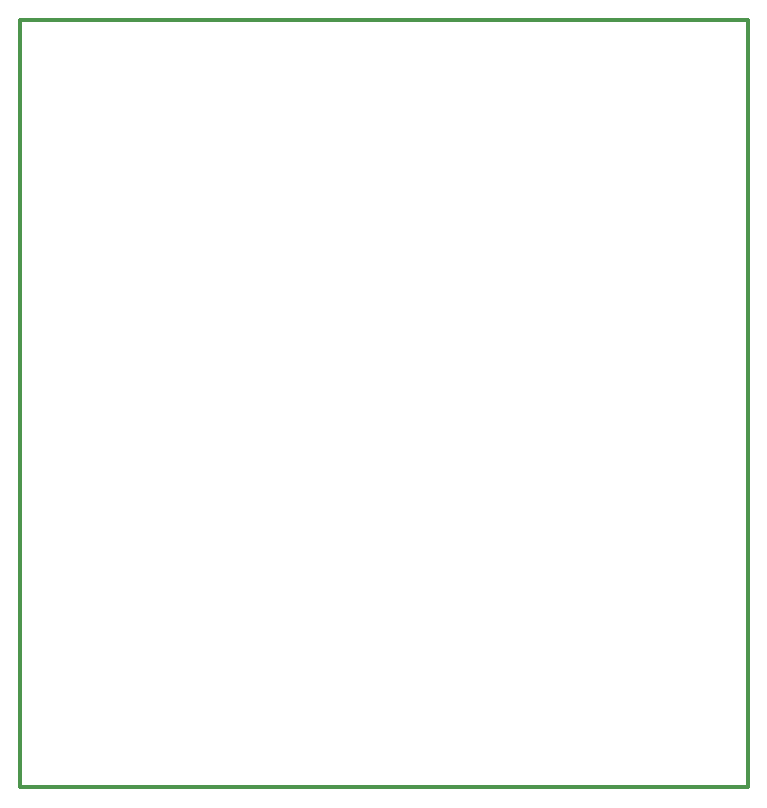
<source format=gko>
G04*
G04 #@! TF.GenerationSoftware,Altium Limited,Altium NEXUS,2.1.7 (73)*
G04*
G04 Layer_Color=16711935*
%FSLAX44Y44*%
%MOMM*%
G71*
G01*
G75*
%ADD66C,0.3000*%
D66*
X254000Y267970D02*
Y916940D01*
X869950Y916940D01*
Y267970D02*
Y916940D01*
X254000Y267970D02*
X869950Y267970D01*
M02*

</source>
